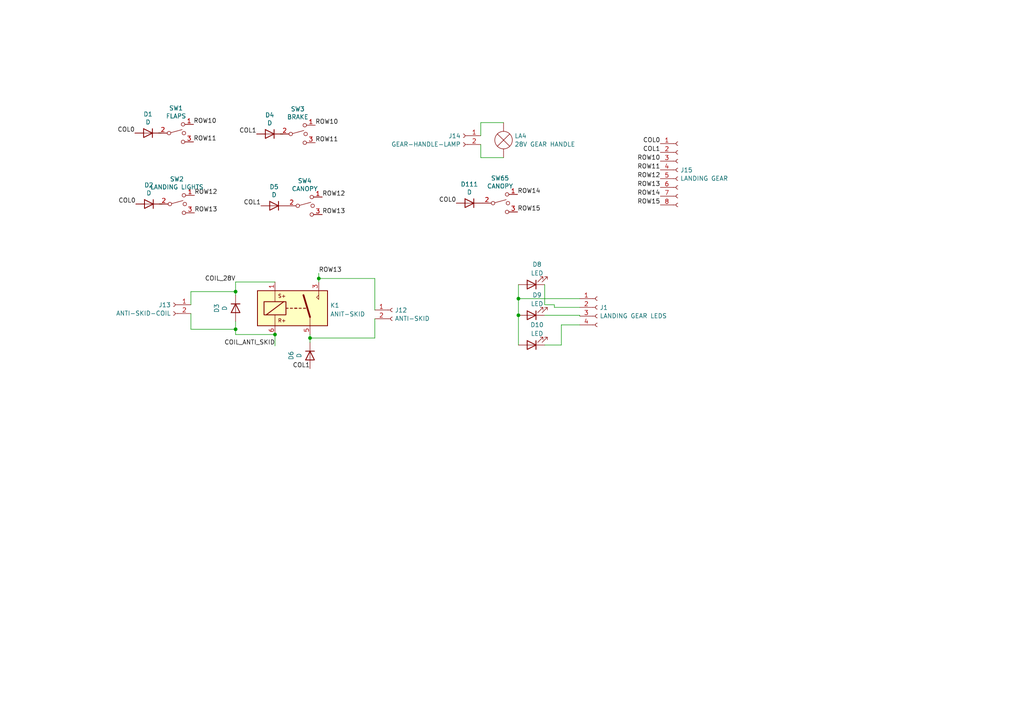
<source format=kicad_sch>
(kicad_sch (version 20230121) (generator eeschema)
  (paper "A4")
  (lib_symbols
    (symbol "Connector:Conn_01x02_Socket" (pin_names (offset 1.016) hide)
      (property "Reference" "J" (at 0 2.54 0))
      (property "Value" "Conn_01x02_Socket" (at 0 -5.08 0))
      (symbol "Conn_01x02_Socket_1_1"
        (arc (start 0 -2.032) (mid -0.5058 -2.54) (end 0 -3.048) (stroke (width 0.1524)))
        (polyline (pts (xy -1.27 -2.54) (xy -0.508 -2.54)) (stroke (width 0.1524)))
        (polyline (pts (xy -1.27 0) (xy -0.508 0)) (stroke (width 0.1524)))
        (arc (start 0 0.508) (mid -0.5058 0) (end 0 -0.508) (stroke (width 0.1524)))
        (pin passive line (at -5.08 0 0) (length 3.81) (name "Pin_1") (number "1"))
        (pin passive line (at -5.08 -2.54 0) (length 3.81) (name "Pin_2") (number "2"))
      )
    )
    (symbol "Connector:Conn_01x04_Female" (pin_names (offset 1.016) hide)
      (property "Reference" "J" (at 0 5.08 0))
      (property "Value" "Conn_01x04_Female" (at 0 -7.62 0))
      (symbol "Conn_01x04_Female_1_1"
        (arc (start 0 -4.572) (mid -0.5058 -5.08) (end 0 -5.588) (stroke (width 0.1524)))
        (arc (start 0 -2.032) (mid -0.5058 -2.54) (end 0 -3.048) (stroke (width 0.1524)))
        (polyline (pts (xy -1.27 -5.08) (xy -0.508 -5.08)) (stroke (width 0.1524)))
        (polyline (pts (xy -1.27 -2.54) (xy -0.508 -2.54)) (stroke (width 0.1524)))
        (polyline (pts (xy -1.27 0) (xy -0.508 0)) (stroke (width 0.1524)))
        (polyline (pts (xy -1.27 2.54) (xy -0.508 2.54)) (stroke (width 0.1524)))
        (arc (start 0 0.508) (mid -0.5058 0) (end 0 -0.508) (stroke (width 0.1524)))
        (arc (start 0 3.048) (mid -0.5058 2.54) (end 0 2.032) (stroke (width 0.1524)))
        (pin passive line (at -5.08 2.54 0) (length 3.81) (name "Pin_1") (number "1"))
        (pin passive line (at -5.08 0 0) (length 3.81) (name "Pin_2") (number "2"))
        (pin passive line (at -5.08 -2.54 0) (length 3.81) (name "Pin_3") (number "3"))
        (pin passive line (at -5.08 -5.08 0) (length 3.81) (name "Pin_4") (number "4"))
      )
    )
    (symbol "Connector:Conn_01x08_Socket" (pin_names (offset 1.016) hide)
      (property "Reference" "J" (at 0 10.16 0))
      (property "Value" "Conn_01x08_Socket" (at 0 -12.7 0))
      (symbol "Conn_01x08_Socket_1_1"
        (arc (start 0 -9.652) (mid -0.5058 -10.16) (end 0 -10.668) (stroke (width 0.1524)))
        (arc (start 0 -7.112) (mid -0.5058 -7.62) (end 0 -8.128) (stroke (width 0.1524)))
        (arc (start 0 -4.572) (mid -0.5058 -5.08) (end 0 -5.588) (stroke (width 0.1524)))
        (arc (start 0 -2.032) (mid -0.5058 -2.54) (end 0 -3.048) (stroke (width 0.1524)))
        (polyline (pts (xy -1.27 -10.16) (xy -0.508 -10.16)) (stroke (width 0.1524)))
        (polyline (pts (xy -1.27 -7.62) (xy -0.508 -7.62)) (stroke (width 0.1524)))
        (polyline (pts (xy -1.27 -5.08) (xy -0.508 -5.08)) (stroke (width 0.1524)))
        (polyline (pts (xy -1.27 -2.54) (xy -0.508 -2.54)) (stroke (width 0.1524)))
        (polyline (pts (xy -1.27 0) (xy -0.508 0)) (stroke (width 0.1524)))
        (polyline (pts (xy -1.27 2.54) (xy -0.508 2.54)) (stroke (width 0.1524)))
        (polyline (pts (xy -1.27 5.08) (xy -0.508 5.08)) (stroke (width 0.1524)))
        (polyline (pts (xy -1.27 7.62) (xy -0.508 7.62)) (stroke (width 0.1524)))
        (arc (start 0 0.508) (mid -0.5058 0) (end 0 -0.508) (stroke (width 0.1524)))
        (arc (start 0 3.048) (mid -0.5058 2.54) (end 0 2.032) (stroke (width 0.1524)))
        (arc (start 0 5.588) (mid -0.5058 5.08) (end 0 4.572) (stroke (width 0.1524)))
        (arc (start 0 8.128) (mid -0.5058 7.62) (end 0 7.112) (stroke (width 0.1524)))
        (pin passive line (at -5.08 7.62 0) (length 3.81) (name "Pin_1") (number "1"))
        (pin passive line (at -5.08 5.08 0) (length 3.81) (name "Pin_2") (number "2"))
        (pin passive line (at -5.08 2.54 0) (length 3.81) (name "Pin_3") (number "3"))
        (pin passive line (at -5.08 0 0) (length 3.81) (name "Pin_4") (number "4"))
        (pin passive line (at -5.08 -2.54 0) (length 3.81) (name "Pin_5") (number "5"))
        (pin passive line (at -5.08 -5.08 0) (length 3.81) (name "Pin_6") (number "6"))
        (pin passive line (at -5.08 -7.62 0) (length 3.81) (name "Pin_7") (number "7"))
        (pin passive line (at -5.08 -10.16 0) (length 3.81) (name "Pin_8") (number "8"))
      )
    )
    (symbol "Device:D" (pin_numbers hide) (pin_names (offset 1.016) hide)
      (property "Reference" "D" (at 0 2.54 0))
      (property "Value" "D" (at 0 -2.54 0))
      (symbol "D_0_1"
        (polyline (pts (xy -1.27 1.27) (xy -1.27 -1.27)) (stroke (width 0.254)))
        (polyline (pts (xy 1.27 0) (xy -1.27 0)))
        (polyline (pts (xy 1.27 1.27) (xy 1.27 -1.27) (xy -1.27 0) (xy 1.27 1.27)) (stroke (width 0.254)))
      )
      (symbol "D_1_1"
        (pin passive line (at -3.81 0 0) (length 2.54) (name "K") (number "1"))
        (pin passive line (at 3.81 0 180) (length 2.54) (name "A") (number "2"))
      )
    )
    (symbol "Device:LED" (pin_numbers hide) (pin_names (offset 1.016) hide)
      (property "Reference" "D" (at 0 2.54 0))
      (property "Value" "LED" (at 0 -2.54 0))
      (symbol "LED_0_1"
        (polyline (pts (xy -1.27 -1.27) (xy -1.27 1.27)) (stroke (width 0.254)))
        (polyline (pts (xy -1.27 0) (xy 1.27 0)))
        (polyline (pts (xy 1.27 -1.27) (xy 1.27 1.27) (xy -1.27 0) (xy 1.27 -1.27)) (stroke (width 0.254)))
        (polyline (pts (xy -3.048 -0.762) (xy -4.572 -2.286) (xy -3.81 -2.286) (xy -4.572 -2.286) (xy -4.572 -1.524)))
        (polyline (pts (xy -1.778 -0.762) (xy -3.302 -2.286) (xy -2.54 -2.286) (xy -3.302 -2.286) (xy -3.302 -1.524)))
      )
      (symbol "LED_1_1"
        (pin passive line (at -3.81 0 0) (length 2.54) (name "K") (number "1"))
        (pin passive line (at 3.81 0 180) (length 2.54) (name "A") (number "2"))
      )
    )
    (symbol "Device:Lamp" (pin_numbers hide) (pin_names (offset 0.0254) hide)
      (property "Reference" "LA" (at 0.635 3.81 0))
      (property "Value" "Lamp" (at 0.635 -3.81 0))
      (symbol "Lamp_0_1"
        (polyline (pts (xy -1.778 1.778) (xy 1.778 -1.778)))
        (polyline (pts (xy 1.778 1.778) (xy -1.778 -1.778)))
        (circle (center 0 0) (radius 2.54))
      )
      (symbol "Lamp_1_1"
        (pin passive line (at 0 -5.08 90) (length 2.54) (name "-") (number "1"))
        (pin passive line (at 0 5.08 270) (length 2.54) (name "+") (number "2"))
      )
    )
    (symbol "Relay:ADW11"
      (property "Reference" "K" (at 11.43 3.81 0))
      (property "Value" "ADW11" (at 13.97 1.27 0))
      (symbol "ADW11_1_1"
        (rectangle (start -10.16 5.08) (end 10.16 -5.08) (stroke (width 0.254)) (fill (type background)))
        (rectangle (start -8.255 1.905) (end -1.905 -1.905) (stroke (width 0.254)))
        (polyline (pts (xy -7.62 -1.905) (xy -2.54 1.905)) (stroke (width 0.254)))
        (polyline (pts (xy -5.08 -5.08) (xy -5.08 -1.905)))
        (polyline (pts (xy -5.08 5.08) (xy -5.08 1.905)))
        (polyline (pts (xy -1.905 0) (xy -1.27 0)) (stroke (width 0.254)))
        (polyline (pts (xy -0.635 0) (xy 0 0)) (stroke (width 0.254)))
        (polyline (pts (xy 0.635 0) (xy 1.27 0)) (stroke (width 0.254)))
        (polyline (pts (xy 0.635 0) (xy 1.27 0)) (stroke (width 0.254)))
        (polyline (pts (xy 1.905 0) (xy 2.54 0)) (stroke (width 0.254)))
        (polyline (pts (xy 3.175 0) (xy 3.81 0)) (stroke (width 0.254)))
        (polyline (pts (xy 5.08 -2.54) (xy 3.175 3.81)) (stroke (width 0.508)))
        (polyline (pts (xy 5.08 -2.54) (xy 5.08 -5.08)))
        (polyline (pts (xy 7.62 3.81) (xy 7.62 5.08)))
        (polyline (pts (xy 7.62 3.81) (xy 7.62 2.54) (xy 6.985 3.175) (xy 7.62 3.81)))
        (text "R+" (at -3.048 -3.556 0) (effects (font (size 1.016 1.016))))
        (text "S+" (at -3.048 3.556 0) (effects (font (size 1.016 1.016))))
        (pin passive line (at -5.08 7.62 270) (length 2.54) (name "~") (number "1"))
        (pin passive line (at 7.62 7.62 270) (length 2.54) (name "~") (number "3"))
        (pin passive line (at 5.08 -7.62 90) (length 2.54) (name "~") (number "5"))
        (pin passive line (at -5.08 -7.62 90) (length 2.54) (name "~") (number "6"))
      )
    )
    (symbol "Switch:SW_SPDT_MSM" (pin_names (offset 0) hide)
      (property "Reference" "SW" (at 0 5.08 0))
      (property "Value" "SW_SPDT_MSM" (at 0 -5.08 0))
      (symbol "SW_SPDT_MSM_0_0"
        (circle (center -2.032 0) (radius 0.508))
        (polyline (pts (xy -1.524 0.127) (xy 1.778 1.016)))
        (circle (center 2.032 -2.54) (radius 0.508))
      )
      (symbol "SW_SPDT_MSM_0_1"
        (circle (center 2.032 2.54) (radius 0.508))
        (circle (center 2.286 0) (radius 0.508))
      )
      (symbol "SW_SPDT_MSM_1_1"
        (pin passive line (at 5.08 2.54 180) (length 2.54) (name "1") (number "1"))
        (pin passive line (at -5.08 0 0) (length 2.54) (name "2") (number "2"))
        (pin passive line (at 5.08 -2.54 180) (length 2.54) (name "3") (number "3"))
      )
    )
  )
  (junction (at 150.368 91.44))
  (junction (at 89.916 98.044))
  (junction (at 150.368 86.614))
  (junction (at 79.756 97.028))
  (junction (at 68.326 84.582))
  (junction (at 68.326 95.504))
  (junction (at 92.456 80.772))
  (wire (pts (xy 108.712 80.772) (xy 92.456 80.772)))
  (wire (pts (xy 79.756 97.028) (xy 68.326 97.028)))
  (wire (pts (xy 55.372 95.504) (xy 55.372 90.932)))
  (wire (pts (xy 108.712 98.044) (xy 89.916 98.044)))
  (wire (pts (xy 68.326 95.504) (xy 68.326 93.218)))
  (wire (pts (xy 89.916 99.314) (xy 89.916 98.044)))
  (wire (pts (xy 79.756 81.788) (xy 68.326 81.788)))
  (wire (pts (xy 157.988 82.55) (xy 157.988 88.392)))
  (wire (pts (xy 68.326 84.582) (xy 55.372 84.582)))
  (wire (pts (xy 157.988 91.44) (xy 168.148 91.44)))
  (wire (pts (xy 108.712 89.916) (xy 108.712 80.772)))
  (wire (pts (xy 146.05 45.72) (xy 139.446 45.72)))
  (wire (pts (xy 82.042 38.862) (xy 81.28 38.862)))
  (wire (pts (xy 68.326 97.028) (xy 68.326 95.504)))
  (wire (pts (xy 68.326 95.504) (xy 55.372 95.504)))
  (wire (pts (xy 150.368 82.55) (xy 150.368 86.614)))
  (wire (pts (xy 150.368 91.44) (xy 150.368 100.076)))
  (wire (pts (xy 46.736 38.608) (xy 45.974 38.608)))
  (wire (pts (xy 150.368 86.614) (xy 150.368 91.44)))
  (wire (pts (xy 146.05 35.56) (xy 139.446 35.56)))
  (wire (pts (xy 150.368 86.614) (xy 168.148 86.614)))
  (wire (pts (xy 92.456 79.248) (xy 92.456 80.772)))
  (wire (pts (xy 92.456 80.772) (xy 92.456 81.788)))
  (wire (pts (xy 168.148 91.44) (xy 168.148 91.694)))
  (wire (pts (xy 160.782 89.154) (xy 168.148 89.154)))
  (wire (pts (xy 108.712 92.456) (xy 108.712 98.044)))
  (wire (pts (xy 157.988 88.392) (xy 160.782 88.392)))
  (wire (pts (xy 55.372 84.582) (xy 55.372 88.392)))
  (wire (pts (xy 89.916 98.044) (xy 89.916 97.028)))
  (wire (pts (xy 160.782 88.392) (xy 160.782 89.154)))
  (wire (pts (xy 162.814 100.076) (xy 162.814 94.234)))
  (wire (pts (xy 46.99 59.182) (xy 46.228 59.182)))
  (wire (pts (xy 157.988 100.076) (xy 162.814 100.076)))
  (wire (pts (xy 139.446 45.72) (xy 139.446 41.91)))
  (wire (pts (xy 68.326 84.582) (xy 68.326 85.598)))
  (wire (pts (xy 139.446 35.56) (xy 139.446 39.37)))
  (wire (pts (xy 79.756 97.028) (xy 79.756 100.33)))
  (wire (pts (xy 68.326 81.788) (xy 68.326 84.582)))
  (wire (pts (xy 162.814 94.234) (xy 168.148 94.234)))
  (label "COL1" (at 191.516 44.196 180))
  (label "ROW13" (at 93.472 62.23 0))
  (label "ROW10" (at 56.134 36.068 0))
  (label "ROW14" (at 150.114 56.388 0))
  (label "COL0" (at 132.334 58.928 180))
  (label "COL0" (at 191.516 41.656 180))
  (label "COL1" (at 89.916 106.934 180))
  (label "ROW13" (at 92.456 79.248 0))
  (label "ROW15" (at 150.114 61.468 0))
  (label "COIL_28V" (at 68.326 81.788 180))
  (label "ROW13" (at 56.388 61.722 0))
  (label "COL0" (at 39.116 38.608 180))
  (label "COL1" (at 74.422 38.862 180))
  (label "ROW10" (at 91.44 36.322 0))
  (label "ROW11" (at 91.44 41.402 0))
  (label "ROW12" (at 93.472 57.15 0))
  (label "ROW11" (at 56.134 41.148 0))
  (label "ROW12" (at 56.388 56.642 0))
  (label "ROW10" (at 191.516 46.736 180))
  (label "ROW11" (at 191.516 49.276 180))
  (label "ROW12" (at 191.516 51.816 180))
  (label "COIL_ANTI_SKID" (at 79.756 100.33 180))
  (label "COL1" (at 75.692 59.69 180))
  (label "ROW13" (at 191.516 54.356 180))
  (label "ROW15" (at 191.516 59.436 180))
  (label "COL0" (at 39.37 59.182 180))
  (label "ROW14" (at 191.516 56.896 180))
  (symbol (lib_id "Connector:Conn_01x02_Socket") (at 50.292 88.392 0) (mirror y) (unit 1)
    (property "Reference" "J13" (at 49.5808 88.4499 0) (effects (justify left)))
    (property "Value" "ANTI-SKID-COIL" (at 49.5808 90.8741 0) (effects (justify left)))
  )
  (symbol (lib_id "Switch:SW_SPDT_MSM") (at 145.034 58.928 0) (unit 1)
    (property "Reference" "SW65" (at 145.034 51.689 0))
    (property "Value" "CANOPY" (at 145.034 54.0004 0))
    (property "Footprint" "Connector_Molex:Molex_KK-254_AE-6410-03A_1x03_P2.54mm_Vertical" (effects hide))
  )
  (symbol (lib_id "Device:Lamp") (at 146.05 40.64 0) (unit 1)
    (property "Reference" "LA4" (at 149.225 39.4279 0) (effects (justify left)))
    (property "Value" "28V GEAR HANDLE" (at 149.225 41.8521 0) (effects (justify left)))
    (property "Footprint" "Connector_Molex:Molex_KK-254_AE-6410-02A_1x02_P2.54mm_Vertical" (effects hide))
  )
  (symbol (lib_id "Device:D") (at 68.326 89.408 90) (mirror x) (unit 1)
    (property "Reference" "D3" (at 62.8396 89.408 0))
    (property "Value" "D" (at 65.151 89.408 0))
    (property "Footprint" "Diode_THT:D_A-405_P7.62mm_Horizontal" (effects hide))
  )
  (symbol (lib_id "Device:D") (at 89.916 103.124 90) (mirror x) (unit 1)
    (property "Reference" "D6" (at 84.4296 103.124 0))
    (property "Value" "D" (at 86.741 103.124 0))
    (property "Footprint" "Diode_THT:D_A-405_P7.62mm_Horizontal" (effects hide))
  )
  (symbol (lib_id "Device:D") (at 43.18 59.182 0) (mirror y) (unit 1)
    (property "Reference" "D2" (at 43.18 53.6956 0))
    (property "Value" "D" (at 43.18 56.007 0))
    (property "Footprint" "Diode_THT:D_A-405_P7.62mm_Horizontal" (effects hide))
  )
  (symbol (lib_id "Switch:SW_SPDT_MSM") (at 51.054 38.608 0) (unit 1)
    (property "Reference" "SW1" (at 51.054 31.369 0))
    (property "Value" "FLAPS" (at 51.054 33.6804 0))
    (property "Footprint" "Connector_Molex:Molex_KK-254_AE-6410-03A_1x03_P2.54mm_Vertical" (effects hide))
  )
  (symbol (lib_id "Device:LED") (at 154.178 91.44 180) (unit 1)
    (property "Reference" "D9" (at 155.7655 85.5812 0))
    (property "Value" "LED" (at 155.7655 88.1181 0))
    (property "Footprint" "Connector_Molex:Molex_KK-254_AE-6410-02A_1x02_P2.54mm_Vertical" (effects hide))
  )
  (symbol (lib_id "Device:D") (at 79.502 59.69 0) (mirror y) (unit 1)
    (property "Reference" "D5" (at 79.502 54.2036 0))
    (property "Value" "D" (at 79.502 56.515 0))
    (property "Footprint" "Diode_THT:D_A-405_P7.62mm_Horizontal" (effects hide))
  )
  (symbol (lib_id "Connector:Conn_01x04_Female") (at 173.228 89.154 0) (unit 1)
    (property "Reference" "J1" (at 173.9392 89.2119 0) (effects (justify left)))
    (property "Value" "LANDING GEAR LEDS" (at 173.9392 91.6361 0) (effects (justify left)))
  )
  (symbol (lib_id "Relay:ADW11") (at 84.836 89.408 0) (unit 1) (on_board no)
    (property "Reference" "K1" (at 95.758 88.5733 0) (effects (justify left)))
    (property "Value" "ANIT-SKID" (at 95.758 91.1102 0) (effects (justify left)))
    (property "Footprint" "Relay_THT:Relay_1P1T_NO_10x24x18.8mm_Panasonic_ADW11xxxxW_THT" (effects hide))
    (property "Datasheet" "https://www.panasonic-electric-works.com/pew/es/downloads/ds_dw_hl_en.pdf" (effects hide))
  )
  (symbol (lib_id "Device:D") (at 136.144 58.928 0) (mirror y) (unit 1)
    (property "Reference" "D111" (at 136.144 53.4416 0))
    (property "Value" "D" (at 136.144 55.753 0))
    (property "Footprint" "Diode_THT:D_A-405_P7.62mm_Horizontal" (effects hide))
  )
  (symbol (lib_id "Device:LED") (at 154.178 100.076 180) (unit 1)
    (property "Reference" "D10" (at 155.7655 94.2172 0))
    (property "Value" "LED" (at 155.7655 96.7541 0))
    (property "Footprint" "Connector_Molex:Molex_KK-254_AE-6410-02A_1x02_P2.54mm_Vertical" (effects hide))
  )
  (symbol (lib_id "Switch:SW_SPDT_MSM") (at 86.36 38.862 0) (unit 1)
    (property "Reference" "SW3" (at 86.36 31.623 0))
    (property "Value" "BRAKE" (at 86.36 33.9344 0))
    (property "Footprint" "Connector_Molex:Molex_KK-254_AE-6410-03A_1x03_P2.54mm_Vertical" (effects hide))
  )
  (symbol (lib_id "Connector:Conn_01x08_Socket") (at 196.596 49.276 0) (unit 1)
    (property "Reference" "J15" (at 197.3072 49.3339 0) (effects (justify left)))
    (property "Value" "LANDING GEAR" (at 197.3072 51.7581 0) (effects (justify left)))
  )
  (symbol (lib_id "Connector:Conn_01x02_Socket") (at 113.792 89.916 0) (unit 1)
    (property "Reference" "J12" (at 114.5032 89.9739 0) (effects (justify left)))
    (property "Value" "ANTI-SKID" (at 114.5032 92.3981 0) (effects (justify left)))
  )
  (symbol (lib_id "Device:D") (at 42.926 38.608 0) (mirror y) (unit 1)
    (property "Reference" "D1" (at 42.926 33.1216 0))
    (property "Value" "D" (at 42.926 35.433 0))
    (property "Footprint" "Diode_THT:D_A-405_P7.62mm_Horizontal" (effects hide))
  )
  (symbol (lib_id "Connector:Conn_01x02_Socket") (at 134.366 39.37 0) (mirror y) (unit 1)
    (property "Reference" "J14" (at 133.6548 39.4279 0) (effects (justify left)))
    (property "Value" "GEAR-HANDLE-LAMP" (at 133.6548 41.8521 0) (effects (justify left)))
  )
  (symbol (lib_id "Device:LED") (at 154.178 82.55 180) (unit 1)
    (property "Reference" "D8" (at 155.7655 76.6912 0))
    (property "Value" "LED" (at 155.7655 79.2281 0))
    (property "Footprint" "Connector_Molex:Molex_KK-254_AE-6410-02A_1x02_P2.54mm_Vertical" (effects hide))
  )
  (symbol (lib_id "Device:D") (at 78.232 38.862 0) (mirror y) (unit 1)
    (property "Reference" "D4" (at 78.232 33.3756 0))
    (property "Value" "D" (at 78.232 35.687 0))
    (property "Footprint" "Diode_THT:D_A-405_P7.62mm_Horizontal" (effects hide))
  )
  (symbol (lib_id "Switch:SW_SPDT_MSM") (at 51.308 59.182 0) (unit 1)
    (property "Reference" "SW2" (at 51.308 51.943 0))
    (property "Value" "LANDING LIGHTS" (at 51.308 54.2544 0))
    (property "Footprint" "Connector_Molex:Molex_KK-254_AE-6410-03A_1x03_P2.54mm_Vertical" (effects hide))
  )
  (symbol (lib_id "Switch:SW_SPDT_MSM") (at 88.392 59.69 0) (unit 1)
    (property "Reference" "SW4" (at 88.392 52.451 0))
    (property "Value" "CANOPY" (at 88.392 54.7624 0))
    (property "Footprint" "Connector_Molex:Molex_KK-254_AE-6410-03A_1x03_P2.54mm_Vertical" (effects hide))
  )
)
</source>
